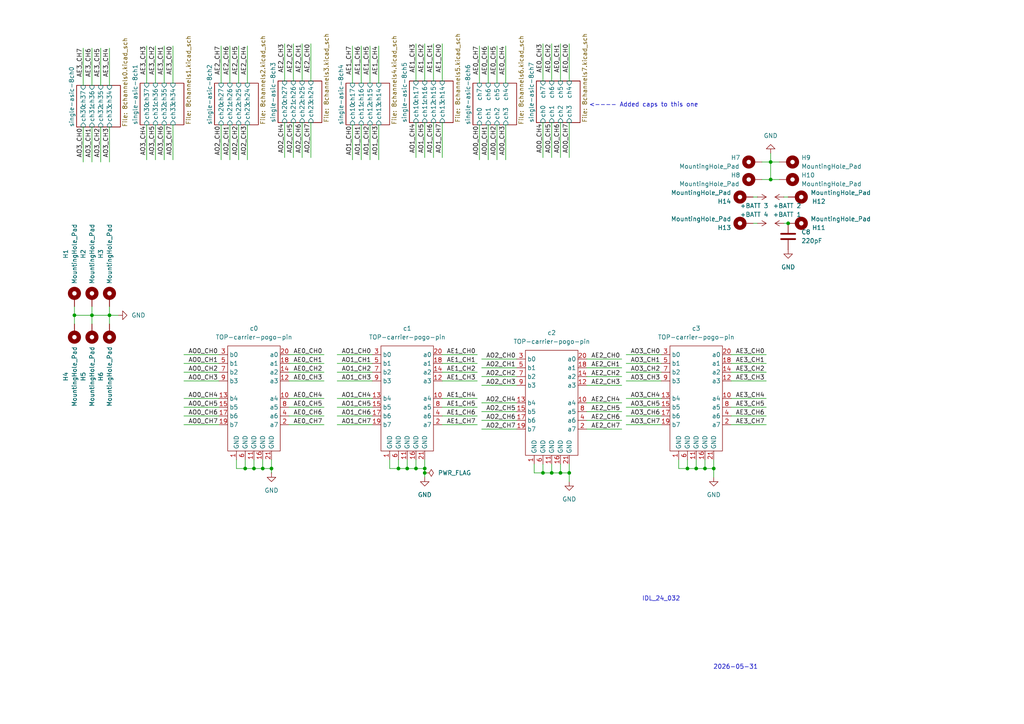
<source format=kicad_sch>
(kicad_sch (version 20231120) (generator "eeschema") (generator_version "8.0")
  (paper "A4")
  (title_block (comment 1 "HIGH VOLTAGE 75V, removed 3 of the 0603 220 pFcaps at 1kV; use 1.5 mm THT for 20AWG"))
  (lib_symbols
    (symbol "Device:C" (pin_numbers hide) (pin_names (offset 0.254))
      (property "Reference" "C" (at 0.635 2.54 0))
      (property "Value" "C" (at 0.635 -2.54 0))
      (symbol "C_0_1"
        (polyline (pts (xy -2.032 -0.762) (xy 2.032 -0.762)) (stroke (width 0.508)))
        (polyline (pts (xy -2.032 0.762) (xy 2.032 0.762)) (stroke (width 0.508)))
      )
      (symbol "C_1_1"
        (pin passive line (at 0 3.81 270) (length 2.794) (name "~") (number "1"))
        (pin passive line (at 0 -3.81 90) (length 2.794) (name "~") (number "2"))
      )
    )
    (symbol "GND_1" (power) (pin_numbers hide) (pin_names (offset 0) hide)
      (property "Value" "GND" (at 0 -3.81 0))
      (symbol "GND_1_0_1"
        (polyline (pts (xy 0 0) (xy 0 -1.27) (xy 1.27 -1.27) (xy 0 -2.54) (xy -1.27 -1.27) (xy 0 -1.27)))
      )
      (symbol "GND_1_1_1"
        (pin power_in line (at 0 0 270) (length 0) (name "~") (number "1"))
      )
    )
    (symbol "Mechanical:MountingHole_Pad" (pin_numbers hide) (pin_names (offset 1.016) hide)
      (property "Reference" "H" (at 0 6.35 0))
      (property "Value" "MountingHole_Pad" (at 0 4.445 0))
      (symbol "MountingHole_Pad_0_1"
        (circle (center 0 1.27) (radius 1.27) (stroke (width 1.27)))
      )
      (symbol "MountingHole_Pad_1_1"
        (pin input line (at 0 -2.54 90) (length 2.54) (name "1") (number "1"))
      )
    )
    (symbol "MountingHole_Pad_1" (pin_numbers hide) (pin_names (offset 1.016) hide) (exclude_from_sim yes) (in_bom no)
      (property "Reference" "H" (at 0 6.35 0))
      (property "Value" "MountingHole_Pad" (at 0 4.445 0))
      (symbol "MountingHole_Pad_1_0_1"
        (circle (center 0 1.27) (radius 1.27) (stroke (width 1.27)))
      )
      (symbol "MountingHole_Pad_1_1_1"
        (pin input line (at 0 -2.54 90) (length 2.54) (name "1") (number "1"))
      )
    )
    (symbol "kicad-mza-symbol:TOP-carrier-pogo-pin"
      (property "Reference" "U" (at 12.7 -2.54 0))
      (property "Value" "TOP-carrier-pogo-pin" (at 0 27.94 0))
      (symbol "TOP-carrier-pogo-pin_0_1"
        (rectangle (start -7.62 25.4) (end 7.62 -5.08))
      )
      (symbol "TOP-carrier-pogo-pin_1_1"
        (pin power_in line (at -5.08 -7.62 90) (length 2.54) (name "GND") (number "1"))
        (pin output line (at 10.16 10.16 180) (length 2.54) (name "a4") (number "10"))
        (pin power_in line (at 0 -7.62 90) (length 2.54) (name "GND") (number "11"))
        (pin output line (at 10.16 15.24 180) (length 2.54) (name "a3") (number "12"))
        (pin output line (at -10.16 10.16 0) (length 2.54) (name "b4") (number "13"))
        (pin output line (at 10.16 17.78 180) (length 2.54) (name "a2") (number "14"))
        (pin output line (at -10.16 7.62 0) (length 2.54) (name "b5") (number "15"))
        (pin power_in line (at 2.54 -7.62 90) (length 2.54) (name "GND") (number "16"))
        (pin output line (at -10.16 5.08 0) (length 2.54) (name "b6") (number "17"))
        (pin output line (at 10.16 20.32 180) (length 2.54) (name "a1") (number "18"))
        (pin output line (at -10.16 2.54 0) (length 2.54) (name "b7") (number "19"))
        (pin output line (at 10.16 2.54 180) (length 2.54) (name "a7") (number "2"))
        (pin output line (at 10.16 22.86 180) (length 2.54) (name "a0") (number "20"))
        (pin power_in line (at 5.08 -7.62 90) (length 2.54) (name "GND") (number "21"))
        (pin output line (at -10.16 22.86 0) (length 2.54) (name "b0") (number "3"))
        (pin output line (at 10.16 5.08 180) (length 2.54) (name "a6") (number "4"))
        (pin output line (at -10.16 20.32 0) (length 2.54) (name "b1") (number "5"))
        (pin power_in line (at -2.54 -7.62 90) (length 2.54) (name "GND") (number "6"))
        (pin output line (at -10.16 17.78 0) (length 2.54) (name "b2") (number "7"))
        (pin output line (at 10.16 7.62 180) (length 2.54) (name "a5") (number "8"))
        (pin output line (at -10.16 15.24 0) (length 2.54) (name "b3") (number "9"))
      )
    )
    (symbol "power:+BATT" (power) (pin_numbers hide) (pin_names (offset 0) hide)
      (property "Value" "+BATT" (at 0 3.556 0))
      (symbol "+BATT_0_1"
        (polyline (pts (xy -0.762 1.27) (xy 0 2.54)))
        (polyline (pts (xy 0 0) (xy 0 2.54)))
        (polyline (pts (xy 0 2.54) (xy 0.762 1.27)))
      )
      (symbol "+BATT_1_1"
        (pin power_in line (at 0 0 90) (length 0) (name "~") (number "1"))
      )
    )
    (symbol "power:GND" (power) (pin_numbers hide) (pin_names (offset 0) hide)
      (property "Value" "GND" (at 0 -3.81 0))
      (symbol "GND_0_1"
        (polyline (pts (xy 0 0) (xy 0 -1.27) (xy 1.27 -1.27) (xy 0 -2.54) (xy -1.27 -1.27) (xy 0 -1.27)))
      )
      (symbol "GND_1_1"
        (pin power_in line (at 0 0 270) (length 0) (name "~") (number "1"))
      )
    )
    (symbol "power:PWR_FLAG" (power) (pin_numbers hide) (pin_names (offset 0) hide)
      (property "Value" "PWR_FLAG" (at 0 3.81 0))
      (symbol "PWR_FLAG_0_0"
        (pin power_out line (at 0 0 90) (length 0) (name "~") (number "1"))
      )
      (symbol "PWR_FLAG_0_1"
        (polyline (pts (xy 0 0) (xy 0 1.27) (xy -1.016 1.905) (xy 0 2.54) (xy 1.016 1.905) (xy 0 1.27)))
      )
    )
  )
  (junction (at 31.75 91.44))
  (junction (at 228.6 64.77))
  (junction (at 160.02 137.16))
  (junction (at 165.1 137.16))
  (junction (at 71.12 135.89))
  (junction (at 223.52 52.07))
  (junction (at 123.19 137.16))
  (junction (at 201.93 135.89))
  (junction (at 115.57 135.89))
  (junction (at 223.52 46.99))
  (junction (at 123.19 135.89))
  (junction (at 118.11 135.89))
  (junction (at 21.59 91.44))
  (junction (at 76.2 135.89))
  (junction (at 204.47 135.89))
  (junction (at 199.39 135.89))
  (junction (at 78.74 135.89))
  (junction (at 120.65 135.89))
  (junction (at 207.01 135.89))
  (junction (at 26.67 91.44))
  (junction (at 157.48 137.16))
  (junction (at 73.66 135.89))
  (junction (at 162.56 137.16))
  (wire (pts (xy 223.52 52.07) (xy 226.06 52.07)))
  (wire (pts (xy 181.61 110.49) (xy 191.77 110.49)))
  (wire (pts (xy 53.34 102.87) (xy 63.5 102.87)))
  (wire (pts (xy 170.18 109.22) (xy 180.34 109.22)))
  (wire (pts (xy 125.73 45.72) (xy 125.73 35.56)))
  (wire (pts (xy 196.85 135.89) (xy 199.39 135.89)))
  (wire (pts (xy 141.605 46.355) (xy 141.605 36.195)))
  (wire (pts (xy 139.7 116.84) (xy 149.86 116.84)))
  (wire (pts (xy 53.34 107.95) (xy 63.5 107.95)))
  (wire (pts (xy 71.12 133.35) (xy 71.12 135.89)))
  (wire (pts (xy 107.315 13.335) (xy 107.315 24.13)))
  (wire (pts (xy 97.79 115.57) (xy 107.95 115.57)))
  (wire (pts (xy 170.18 106.68) (xy 180.34 106.68)))
  (wire (pts (xy 196.85 133.35) (xy 196.85 135.89)))
  (wire (pts (xy 113.03 133.35) (xy 113.03 135.89)))
  (wire (pts (xy 24.13 46.99) (xy 24.13 36.83)))
  (wire (pts (xy 21.59 91.44) (xy 26.67 91.44)))
  (wire (pts (xy 120.65 133.35) (xy 120.65 135.89)))
  (wire (pts (xy 165.1 12.7) (xy 165.1 23.495)))
  (wire (pts (xy 181.61 118.11) (xy 191.77 118.11)))
  (wire (pts (xy 64.135 46.355) (xy 64.135 36.195)))
  (wire (pts (xy 120.65 135.89) (xy 123.19 135.89)))
  (wire (pts (xy 68.58 135.89) (xy 71.12 135.89)))
  (wire (pts (xy 83.82 107.95) (xy 93.98 107.95)))
  (wire (pts (xy 83.82 105.41) (xy 93.98 105.41)))
  (wire (pts (xy 207.01 135.89) (xy 207.01 133.35)))
  (wire (pts (xy 73.66 133.35) (xy 73.66 135.89)))
  (wire (pts (xy 50.165 13.335) (xy 50.165 24.13)))
  (wire (pts (xy 146.685 13.335) (xy 146.685 24.13)))
  (wire (pts (xy 212.09 123.19) (xy 222.25 123.19)))
  (wire (pts (xy 115.57 133.35) (xy 115.57 135.89)))
  (wire (pts (xy 128.27 107.95) (xy 138.43 107.95)))
  (wire (pts (xy 128.27 12.7) (xy 128.27 23.495)))
  (wire (pts (xy 102.235 13.335) (xy 102.235 24.13)))
  (wire (pts (xy 146.685 46.355) (xy 146.685 36.195)))
  (wire (pts (xy 97.79 120.65) (xy 107.95 120.65)))
  (wire (pts (xy 53.34 115.57) (xy 63.5 115.57)))
  (wire (pts (xy 83.82 115.57) (xy 93.98 115.57)))
  (wire (pts (xy 123.19 12.7) (xy 123.19 23.495)))
  (wire (pts (xy 128.27 118.11) (xy 138.43 118.11)))
  (wire (pts (xy 90.17 12.7) (xy 90.17 23.495)))
  (wire (pts (xy 170.18 116.84) (xy 180.34 116.84)))
  (wire (pts (xy 83.82 123.19) (xy 93.98 123.19)))
  (wire (pts (xy 220.98 52.07) (xy 223.52 52.07)))
  (wire (pts (xy 128.27 120.65) (xy 138.43 120.65)))
  (wire (pts (xy 162.56 45.72) (xy 162.56 35.56)))
  (wire (pts (xy 123.19 45.72) (xy 123.19 35.56)))
  (wire (pts (xy 160.02 45.72) (xy 160.02 35.56)))
  (wire (pts (xy 29.21 13.97) (xy 29.21 24.765)))
  (wire (pts (xy 83.82 110.49) (xy 93.98 110.49)))
  (wire (pts (xy 42.545 46.355) (xy 42.545 36.195)))
  (wire (pts (xy 139.7 119.38) (xy 149.86 119.38)))
  (wire (pts (xy 157.48 137.16) (xy 160.02 137.16)))
  (wire (pts (xy 181.61 107.95) (xy 191.77 107.95)))
  (wire (pts (xy 104.775 13.335) (xy 104.775 24.13)))
  (wire (pts (xy 83.82 118.11) (xy 93.98 118.11)))
  (wire (pts (xy 218.44 57.15) (xy 219.71 57.15)))
  (wire (pts (xy 144.145 46.355) (xy 144.145 36.195)))
  (wire (pts (xy 181.61 120.65) (xy 191.77 120.65)))
  (wire (pts (xy 139.7 121.92) (xy 149.86 121.92)))
  (wire (pts (xy 181.61 105.41) (xy 191.77 105.41)))
  (wire (pts (xy 90.17 45.72) (xy 90.17 35.56)))
  (wire (pts (xy 128.27 115.57) (xy 138.43 115.57)))
  (wire (pts (xy 160.02 137.16) (xy 162.56 137.16)))
  (wire (pts (xy 123.19 135.89) (xy 123.19 137.16)))
  (wire (pts (xy 227.33 57.15) (xy 228.6 57.15)))
  (wire (pts (xy 76.2 135.89) (xy 78.74 135.89)))
  (wire (pts (xy 31.75 36.83) (xy 31.75 46.99)))
  (wire (pts (xy 157.48 134.62) (xy 157.48 137.16)))
  (wire (pts (xy 139.7 106.68) (xy 149.86 106.68)))
  (wire (pts (xy 212.09 118.11) (xy 222.25 118.11)))
  (wire (pts (xy 123.19 135.89) (xy 123.19 133.35)))
  (wire (pts (xy 154.94 134.62) (xy 154.94 137.16)))
  (wire (pts (xy 107.315 46.355) (xy 107.315 36.195)))
  (wire (pts (xy 31.75 13.97) (xy 31.75 24.765)))
  (wire (pts (xy 97.79 107.95) (xy 107.95 107.95)))
  (wire (pts (xy 162.56 134.62) (xy 162.56 137.16)))
  (wire (pts (xy 227.33 64.77) (xy 228.6 64.77)))
  (wire (pts (xy 118.11 133.35) (xy 118.11 135.89)))
  (wire (pts (xy 118.11 135.89) (xy 120.65 135.89)))
  (wire (pts (xy 113.03 135.89) (xy 115.57 135.89)))
  (wire (pts (xy 26.67 91.44) (xy 31.75 91.44)))
  (wire (pts (xy 71.12 135.89) (xy 73.66 135.89)))
  (wire (pts (xy 64.135 13.335) (xy 64.135 24.13)))
  (wire (pts (xy 53.34 105.41) (xy 63.5 105.41)))
  (wire (pts (xy 68.58 133.35) (xy 68.58 135.89)))
  (wire (pts (xy 170.18 121.92) (xy 180.34 121.92)))
  (wire (pts (xy 165.1 137.16) (xy 165.1 139.7)))
  (wire (pts (xy 53.34 118.11) (xy 63.5 118.11)))
  (wire (pts (xy 154.94 137.16) (xy 157.48 137.16)))
  (wire (pts (xy 181.61 115.57) (xy 191.77 115.57)))
  (wire (pts (xy 125.73 12.7) (xy 125.73 23.495)))
  (wire (pts (xy 139.7 109.22) (xy 149.86 109.22)))
  (wire (pts (xy 170.18 111.76) (xy 180.34 111.76)))
  (wire (pts (xy 128.27 105.41) (xy 138.43 105.41)))
  (wire (pts (xy 170.18 124.46) (xy 180.34 124.46)))
  (wire (pts (xy 162.56 12.7) (xy 162.56 23.495)))
  (wire (pts (xy 170.18 104.14) (xy 180.34 104.14)))
  (wire (pts (xy 82.55 12.7) (xy 82.55 23.495)))
  (wire (pts (xy 76.2 133.35) (xy 76.2 135.89)))
  (wire (pts (xy 26.67 88.9) (xy 26.67 91.44)))
  (wire (pts (xy 115.57 135.89) (xy 118.11 135.89)))
  (wire (pts (xy 128.27 123.19) (xy 138.43 123.19)))
  (wire (pts (xy 45.085 46.355) (xy 45.085 36.195)))
  (wire (pts (xy 139.065 13.335) (xy 139.065 24.13)))
  (wire (pts (xy 199.39 135.89) (xy 201.93 135.89)))
  (wire (pts (xy 201.93 135.89) (xy 204.47 135.89)))
  (wire (pts (xy 212.09 110.49) (xy 222.25 110.49)))
  (wire (pts (xy 165.1 45.72) (xy 165.1 35.56)))
  (wire (pts (xy 71.755 46.355) (xy 71.755 36.195)))
  (wire (pts (xy 162.56 137.16) (xy 165.1 137.16)))
  (wire (pts (xy 87.63 12.7) (xy 87.63 23.495)))
  (wire (pts (xy 82.55 45.72) (xy 82.55 35.56)))
  (wire (pts (xy 144.145 13.335) (xy 144.145 24.13)))
  (wire (pts (xy 223.52 46.99) (xy 223.52 44.45)))
  (wire (pts (xy 69.215 46.355) (xy 69.215 36.195)))
  (wire (pts (xy 128.27 102.87) (xy 138.43 102.87)))
  (wire (pts (xy 160.02 134.62) (xy 160.02 137.16)))
  (wire (pts (xy 87.63 45.72) (xy 87.63 35.56)))
  (wire (pts (xy 104.775 46.355) (xy 104.775 36.195)))
  (wire (pts (xy 120.65 45.72) (xy 120.65 35.56)))
  (wire (pts (xy 102.235 46.355) (xy 102.235 36.195)))
  (wire (pts (xy 66.675 13.335) (xy 66.675 24.13)))
  (wire (pts (xy 201.93 133.35) (xy 201.93 135.89)))
  (wire (pts (xy 50.165 46.355) (xy 50.165 36.195)))
  (wire (pts (xy 128.27 45.72) (xy 128.27 35.56)))
  (wire (pts (xy 223.52 46.99) (xy 226.06 46.99)))
  (wire (pts (xy 26.67 46.99) (xy 26.67 36.83)))
  (wire (pts (xy 139.7 104.14) (xy 149.86 104.14)))
  (wire (pts (xy 165.1 137.16) (xy 165.1 134.62)))
  (wire (pts (xy 53.34 110.49) (xy 63.5 110.49)))
  (wire (pts (xy 212.09 120.65) (xy 222.25 120.65)))
  (wire (pts (xy 204.47 135.89) (xy 207.01 135.89)))
  (wire (pts (xy 212.09 115.57) (xy 222.25 115.57)))
  (wire (pts (xy 181.61 102.87) (xy 191.77 102.87)))
  (wire (pts (xy 223.52 46.99) (xy 223.52 52.07)))
  (wire (pts (xy 26.67 91.44) (xy 26.67 93.98)))
  (wire (pts (xy 66.675 46.355) (xy 66.675 36.195)))
  (wire (pts (xy 128.27 110.49) (xy 138.43 110.49)))
  (wire (pts (xy 218.44 64.77) (xy 219.71 64.77)))
  (wire (pts (xy 31.75 88.9) (xy 31.75 91.44)))
  (wire (pts (xy 212.09 102.87) (xy 222.25 102.87)))
  (wire (pts (xy 83.82 120.65) (xy 93.98 120.65)))
  (wire (pts (xy 212.09 105.41) (xy 222.25 105.41)))
  (wire (pts (xy 97.79 102.87) (xy 107.95 102.87)))
  (wire (pts (xy 42.545 13.335) (xy 42.545 24.13)))
  (wire (pts (xy 139.7 111.76) (xy 149.86 111.76)))
  (wire (pts (xy 21.59 91.44) (xy 21.59 93.98)))
  (wire (pts (xy 24.13 13.97) (xy 24.13 24.765)))
  (wire (pts (xy 47.625 13.335) (xy 47.625 24.13)))
  (wire (pts (xy 181.61 123.19) (xy 191.77 123.19)))
  (wire (pts (xy 45.085 13.335) (xy 45.085 24.13)))
  (wire (pts (xy 139.065 46.355) (xy 139.065 36.195)))
  (wire (pts (xy 78.74 135.89) (xy 78.74 137.16)))
  (wire (pts (xy 21.59 88.9) (xy 21.59 91.44)))
  (wire (pts (xy 220.98 46.99) (xy 223.52 46.99)))
  (wire (pts (xy 73.66 135.89) (xy 76.2 135.89)))
  (wire (pts (xy 120.65 12.7) (xy 120.65 23.495)))
  (wire (pts (xy 139.7 124.46) (xy 149.86 124.46)))
  (wire (pts (xy 71.755 13.335) (xy 71.755 24.13)))
  (wire (pts (xy 85.09 12.7) (xy 85.09 23.495)))
  (wire (pts (xy 199.39 133.35) (xy 199.39 135.89)))
  (wire (pts (xy 83.82 102.87) (xy 93.98 102.87)))
  (wire (pts (xy 109.855 13.335) (xy 109.855 24.13)))
  (wire (pts (xy 160.02 12.7) (xy 160.02 23.495)))
  (wire (pts (xy 123.19 137.16) (xy 123.19 138.43)))
  (wire (pts (xy 170.18 119.38) (xy 180.34 119.38)))
  (wire (pts (xy 141.605 13.335) (xy 141.605 24.13)))
  (wire (pts (xy 212.09 107.95) (xy 222.25 107.95)))
  (wire (pts (xy 97.79 123.19) (xy 107.95 123.19)))
  (wire (pts (xy 109.855 46.355) (xy 109.855 36.195)))
  (wire (pts (xy 97.79 110.49) (xy 107.95 110.49)))
  (wire (pts (xy 26.67 13.97) (xy 26.67 24.765)))
  (wire (pts (xy 47.625 46.355) (xy 47.625 36.195)))
  (wire (pts (xy 157.48 45.72) (xy 157.48 35.56)))
  (wire (pts (xy 78.74 135.89) (xy 78.74 133.35)))
  (wire (pts (xy 69.215 13.335) (xy 69.215 24.13)))
  (wire (pts (xy 29.21 46.99) (xy 29.21 36.83)))
  (wire (pts (xy 53.34 123.19) (xy 63.5 123.19)))
  (wire (pts (xy 97.79 118.11) (xy 107.95 118.11)))
  (wire (pts (xy 207.01 135.89) (xy 207.01 138.43)))
  (wire (pts (xy 157.48 12.7) (xy 157.48 23.495)))
  (wire (pts (xy 85.09 45.72) (xy 85.09 35.56)))
  (wire (pts (xy 31.75 91.44) (xy 34.29 91.44)))
  (wire (pts (xy 31.75 91.44) (xy 31.75 93.98)))
  (wire (pts (xy 204.47 133.35) (xy 204.47 135.89)))
  (wire (pts (xy 97.79 105.41) (xy 107.95 105.41)))
  (wire (pts (xy 53.34 120.65) (xy 63.5 120.65)))
  (text "${CURRENT_DATE}" (at 213.36 193.548 0) (effects (font (size 1.27 1.27))))
  (text "IDL_24_032" (at 191.77 173.736 0) (effects (font (size 1.27 1.27))))
  (text "<---- Added caps to this one" (at 186.69 30.48 0) (effects (font (size 1.27 1.27))))
  (label "AO1_CH7" (at 128.27 44.45 90))
  (label "AO2_CH0" (at 140.97 104.14 0))
  (label "AO0_CH4" (at 54.61 115.57 0))
  (label "AO1_CH4" (at 99.06 115.57 0))
  (label "AO2_CH6" (at 140.97 121.92 0))
  (label "AO3_CH0" (at 24.13 45.72 90))
  (label "AO3_CH0" (at 182.88 102.87 0))
  (label "AE2_CH5" (at 171.45 119.38 0))
  (label "AE2_CH5" (at 69.215 13.335 270))
  (label "AE1_CH7" (at 102.235 13.335 270))
  (label "AE2_CH7" (at 171.45 124.46 0))
  (label "AO0_CH2" (at 54.61 107.95 0))
  (label "AE1_CH1" (at 125.73 12.7 270))
  (label "AE3_CH1" (at 213.36 105.41 0))
  (label "AE1_CH6" (at 129.54 120.65 0))
  (label "AE2_CH3" (at 82.55 12.7 270))
  (label "AE1_CH0" (at 129.54 102.87 0))
  (label "AE3_CH7" (at 24.13 13.97 270))
  (label "AE3_CH6" (at 213.36 120.65 0))
  (label "AE1_CH2" (at 129.54 107.95 0))
  (label "AE3_CH1" (at 47.625 13.335 270))
  (label "AO3_CH5" (at 182.88 118.11 0))
  (label "AO2_CH2" (at 140.97 109.22 0))
  (label "AE2_CH2" (at 85.09 12.7 270))
  (label "AE0_CH0" (at 85.09 102.87 0))
  (label "AE2_CH0" (at 90.17 12.7 270))
  (label "AO0_CH1" (at 141.605 45.085 90))
  (label "AO1_CH2" (at 99.06 107.95 0))
  (label "AO2_CH5" (at 140.97 119.38 0))
  (label "AE1_CH5" (at 107.315 13.335 270))
  (label "AO1_CH3" (at 99.06 110.49 0))
  (label "AE1_CH0" (at 128.27 12.7 270))
  (label "AE0_CH1" (at 85.09 105.41 0))
  (label "AE2_CH3" (at 171.45 111.76 0))
  (label "AE0_CH4" (at 146.685 13.335 270))
  (label "AE3_CH3" (at 213.36 110.49 0))
  (label "AO3_CH1" (at 182.88 105.41 0))
  (label "AE1_CH6" (at 104.775 13.335 270))
  (label "AO0_CH0" (at 54.61 102.87 0))
  (label "AO0_CH6" (at 54.61 120.65 0))
  (label "AE0_CH6" (at 85.09 120.65 0))
  (label "AO2_CH3" (at 140.97 111.76 0))
  (label "AO2_CH4" (at 82.55 44.45 90))
  (label "AE3_CH5" (at 213.36 118.11 0))
  (label "AO3_CH5" (at 45.085 45.085 90))
  (label "AE0_CH3" (at 85.09 110.49 0))
  (label "AO1_CH7" (at 99.06 123.19 0))
  (label "AE3_CH4" (at 31.75 13.97 270))
  (label "AE2_CH6" (at 66.675 13.335 270))
  (label "AO1_CH0" (at 99.06 102.87 0))
  (label "AO2_CH3" (at 71.755 45.085 90))
  (label "AO0_CH2" (at 144.145 45.085 90))
  (label "AE0_CH1" (at 162.56 12.7 270))
  (label "AE0_CH5" (at 85.09 118.11 0))
  (label "AE3_CH0" (at 213.36 102.87 0))
  (label "AE2_CH7" (at 64.135 13.335 270))
  (label "AE3_CH0" (at 50.165 13.335 270))
  (label "AO1_CH4" (at 120.65 44.45 90))
  (label "AE2_CH4" (at 71.755 13.335 270))
  (label "AO2_CH5" (at 85.09 44.45 90))
  (label "AO3_CH4" (at 182.88 115.57 0))
  (label "AE0_CH4" (at 85.09 115.57 0))
  (label "AE1_CH1" (at 129.54 105.41 0))
  (label "AE2_CH0" (at 171.45 104.14 0))
  (label "AE3_CH4" (at 213.36 115.57 0))
  (label "AE2_CH1" (at 87.63 12.7 270))
  (label "AO3_CH2" (at 182.88 107.95 0))
  (label "AE1_CH5" (at 129.54 118.11 0))
  (label "AE2_CH6" (at 171.45 121.92 0))
  (label "AO0_CH7" (at 54.61 123.19 0))
  (label "AO0_CH4" (at 157.48 44.45 90))
  (label "AO1_CH5" (at 123.19 44.45 90))
  (label "AO0_CH6" (at 162.56 44.45 90))
  (label "AO1_CH0" (at 102.235 45.085 90))
  (label "AE0_CH3" (at 157.48 12.7 270))
  (label "AO3_CH4" (at 42.545 45.085 90))
  (label "AE1_CH4" (at 129.54 115.57 0))
  (label "AO0_CH7" (at 165.1 44.45 90))
  (label "AO2_CH1" (at 66.675 45.085 90))
  (label "AE0_CH6" (at 141.605 13.335 270))
  (label "AE0_CH5" (at 144.145 13.335 270))
  (label "AO3_CH2" (at 29.21 45.72 90))
  (label "AO0_CH5" (at 54.61 118.11 0))
  (label "AO0_CH1" (at 54.61 105.41 0))
  (label "AE1_CH7" (at 129.54 123.19 0))
  (label "AO3_CH3" (at 31.75 45.72 90))
  (label "AO0_CH3" (at 54.61 110.49 0))
  (label "AO1_CH1" (at 99.06 105.41 0))
  (label "AE0_CH2" (at 160.02 12.7 270))
  (label "AE2_CH1" (at 171.45 106.68 0))
  (label "AO0_CH5" (at 160.02 44.45 90))
  (label "AE3_CH3" (at 42.545 13.335 270))
  (label "AO0_CH3" (at 146.685 45.085 90))
  (label "AO1_CH2" (at 107.315 45.085 90))
  (label "AO2_CH6" (at 87.63 44.45 90))
  (label "AE0_CH2" (at 85.09 107.95 0))
  (label "AE1_CH4" (at 109.855 13.335 270))
  (label "AE1_CH2" (at 123.19 12.7 270))
  (label "AO3_CH7" (at 182.88 123.19 0))
  (label "AO2_CH0" (at 64.135 45.085 90))
  (label "AE0_CH7" (at 139.065 13.335 270))
  (label "AE1_CH3" (at 120.65 12.7 270))
  (label "AO1_CH6" (at 125.73 44.45 90))
  (label "AO2_CH7" (at 140.97 124.46 0))
  (label "AO3_CH6" (at 47.625 45.085 90))
  (label "AO3_CH1" (at 26.67 45.72 90))
  (label "AE2_CH2" (at 171.45 109.22 0))
  (label "AO0_CH0" (at 139.065 45.085 90))
  (label "AO1_CH6" (at 99.06 120.65 0))
  (label "AE1_CH3" (at 129.54 110.49 0))
  (label "AE3_CH7" (at 213.36 123.19 0))
  (label "AE3_CH2" (at 213.36 107.95 0))
  (label "AO2_CH4" (at 140.97 116.84 0))
  (label "AO1_CH1" (at 104.775 45.085 90))
  (label "AO1_CH3" (at 109.855 45.085 90))
  (label "AE0_CH7" (at 85.09 123.19 0))
  (label "AO2_CH7" (at 90.17 44.45 90))
  (label "AE0_CH0" (at 165.1 12.7 270))
  (label "AO1_CH5" (at 99.06 118.11 0))
  (label "AE2_CH4" (at 171.45 116.84 0))
  (label "AE3_CH5" (at 29.21 13.97 270))
  (label "AO3_CH7" (at 50.165 45.085 90))
  (label "AO3_CH6" (at 182.88 120.65 0))
  (label "AO2_CH1" (at 140.97 106.68 0))
  (label "AE3_CH6" (at 26.67 13.97 270))
  (label "AE3_CH2" (at 45.085 13.335 270))
  (label "AO3_CH3" (at 182.88 110.49 0))
  (label "AO2_CH2" (at 69.215 45.085 90))
  (symbol (lib_id "Mechanical:MountingHole_Pad") (at 31.75 86.36 0) (unit 1)
    (property "Reference" "H3" (at 29.21 73.66 90))
    (property "Value" "MountingHole_Pad" (at 31.75 73.66 90))
    (property "Footprint" "MountingHole:MountingHole_2.5mm_Pad" (effects (hide yes)))
  )
  (symbol (lib_id "kicad-mza-symbol:TOP-carrier-pogo-pin") (at 118.11 125.73 0) (unit 1)
    (property "Reference" "c1" (at 118.11 95.25 0))
    (property "Value" "TOP-carrier-pogo-pin" (at 118.11 97.79 0))
    (property "Footprint" "kicad-mza:TOP-carrier-pogo-pin" (effects (hide yes)))
  )
  (symbol (lib_id "kicad-mza-symbol:TOP-carrier-pogo-pin") (at 160.02 127 0) (unit 1)
    (property "Reference" "c2" (at 160.02 96.52 0))
    (property "Value" "TOP-carrier-pogo-pin" (at 160.02 99.06 0))
    (property "Footprint" "kicad-mza:TOP-carrier-pogo-pin" (effects (hide yes)))
  )
  (symbol (lib_id "kicad-mza-symbol:TOP-carrier-pogo-pin") (at 73.66 125.73 0) (unit 1)
    (property "Reference" "c0" (at 73.66 95.25 0))
    (property "Value" "TOP-carrier-pogo-pin" (at 73.66 97.79 0))
    (property "Footprint" "kicad-mza:TOP-carrier-pogo-pin" (effects (hide yes)))
  )
  (symbol (lib_id "power:GND") (at 223.52 44.45 180) (unit 1)
    (property "Reference" "#PWR070" (effects (hide yes)))
    (property "Value" "GND" (at 223.52 39.37 0))
    (property "Description" "Power symbol creates a global label with name \"GND\" , ground" (effects (hide yes)))
  )
  (symbol (lib_name "MountingHole_Pad_1") (lib_id "Mechanical:MountingHole_Pad") (at 228.6 46.99 270) (unit 1) (exclude_from_sim yes) (in_bom no)
    (property "Reference" "H9" (at 232.41 45.7199 90) (effects (justify left)))
    (property "Value" "MountingHole_Pad" (at 232.41 48.2599 90) (effects (justify left)))
    (property "Footprint" "MountingHole:MountingHole_1.5mm_Pad" (effects (hide yes)))
    (property "Description" "Mounting Hole with connection" (effects (hide yes)))
  )
  (symbol (lib_name "MountingHole_Pad_1") (lib_id "Mechanical:MountingHole_Pad") (at 228.6 52.07 270) (unit 1) (exclude_from_sim yes) (in_bom no)
    (property "Reference" "H10" (at 232.41 50.7999 90) (effects (justify left)))
    (property "Value" "MountingHole_Pad" (at 232.41 53.3399 90) (effects (justify left)))
    (property "Footprint" "MountingHole:MountingHole_1.5mm_Pad" (effects (hide yes)))
    (property "Description" "Mounting Hole with connection" (effects (hide yes)))
  )
  (symbol (lib_id "Mechanical:MountingHole_Pad") (at 26.67 86.36 0) (unit 1)
    (property "Reference" "H2" (at 24.13 73.66 90))
    (property "Value" "MountingHole_Pad" (at 26.67 73.66 90))
    (property "Footprint" "MountingHole:MountingHole_2.5mm_Pad" (effects (hide yes)))
  )
  (symbol (lib_id "power:+BATT") (at 219.71 64.77 270) (unit 1)
    (property "Reference" "#PWR071" (effects (hide yes)))
    (property "Value" "+BATT 4" (at 214.63 62.23 90) (effects (justify left)))
    (property "Description" "Power symbol creates a global label with name \"+BATT\"" (effects (hide yes)))
  )
  (symbol (lib_id "Mechanical:MountingHole_Pad") (at 26.67 96.52 0) (mirror x) (unit 1)
    (property "Reference" "H5" (at 24.13 109.22 90))
    (property "Value" "MountingHole_Pad" (at 26.67 109.22 90))
    (property "Footprint" "MountingHole:MountingHole_2.5mm_Pad" (effects (hide yes)))
  )
  (symbol (lib_id "Device:C") (at 228.6 68.58 0) (unit 1)
    (property "Reference" "C8" (at 232.41 67.3099 0) (effects (justify left)))
    (property "Value" "220pF" (at 232.41 69.8499 0) (effects (justify left)))
    (property "Footprint" "Capacitor_SMD:C_0603_1608Metric_Pad1.08x0.95mm_HandSolder" (effects (hide yes)))
    (property "Description" "Unpolarized capacitor" (effects (hide yes)))
  )
  (symbol (lib_name "GND_1") (lib_id "power:GND") (at 78.74 137.16 0) (unit 1)
    (property "Reference" "#PWR066" (effects (hide yes)))
    (property "Value" "GND" (at 78.74 142.24 0))
    (property "Description" "Power symbol creates a global label with name \"GND\" , ground" (effects (hide yes)))
  )
  (symbol (lib_id "power:PWR_FLAG") (at 123.19 137.16 270) (unit 1)
    (property "Reference" "#FLG01" (effects (hide yes)))
    (property "Value" "PWR_FLAG" (at 127 137.1599 90) (effects (justify left)))
    (property "Description" "Special symbol for telling ERC where power comes from" (effects (hide yes)))
  )
  (symbol (lib_name "MountingHole_Pad_1") (lib_id "Mechanical:MountingHole_Pad") (at 215.9 57.15 90) (unit 1) (exclude_from_sim yes) (in_bom no)
    (property "Reference" "H14" (at 212.09 58.4201 90) (effects (justify left)))
    (property "Value" "MountingHole_Pad" (at 212.09 55.8801 90) (effects (justify left)))
    (property "Footprint" "MountingHole:MountingHole_1.5mm_Pad" (effects (hide yes)))
    (property "Description" "Mounting Hole with connection" (effects (hide yes)))
  )
  (symbol (lib_name "GND_1") (lib_id "power:GND") (at 123.19 138.43 0) (unit 1)
    (property "Reference" "#PWR065" (effects (hide yes)))
    (property "Value" "GND" (at 123.19 143.51 0))
    (property "Description" "Power symbol creates a global label with name \"GND\" , ground" (effects (hide yes)))
  )
  (symbol (lib_id "Mechanical:MountingHole_Pad") (at 21.59 96.52 0) (mirror x) (unit 1)
    (property "Reference" "H4" (at 19.05 109.22 90))
    (property "Value" "MountingHole_Pad" (at 21.59 109.22 90))
    (property "Footprint" "MountingHole:MountingHole_2.5mm_Pad" (effects (hide yes)))
  )
  (symbol (lib_id "power:+BATT") (at 227.33 57.15 90) (unit 1)
    (property "Reference" "#PWR073" (effects (hide yes)))
    (property "Value" "+BATT 2" (at 232.41 59.69 90) (effects (justify left)))
    (property "Description" "Power symbol creates a global label with name \"+BATT\"" (effects (hide yes)))
  )
  (symbol (lib_id "Mechanical:MountingHole_Pad") (at 31.75 96.52 0) (mirror x) (unit 1)
    (property "Reference" "H6" (at 29.21 109.22 90))
    (property "Value" "MountingHole_Pad" (at 31.75 109.22 90))
    (property "Footprint" "MountingHole:MountingHole_2.5mm_Pad" (effects (hide yes)))
  )
  (symbol (lib_id "power:+BATT") (at 227.33 64.77 90) (unit 1)
    (property "Reference" "#PWR074" (effects (hide yes)))
    (property "Value" "+BATT 1" (at 232.41 62.23 90) (effects (justify left)))
    (property "Description" "Power symbol creates a global label with name \"+BATT\"" (effects (hide yes)))
  )
  (symbol (lib_name "GND_1") (lib_id "power:GND") (at 165.1 139.7 0) (unit 1)
    (property "Reference" "#PWR067" (effects (hide yes)))
    (property "Value" "GND" (at 165.1 144.78 0))
    (property "Description" "Power symbol creates a global label with name \"GND\" , ground" (effects (hide yes)))
  )
  (symbol (lib_name "MountingHole_Pad_1") (lib_id "Mechanical:MountingHole_Pad") (at 218.44 52.07 90) (unit 1) (exclude_from_sim yes) (in_bom no)
    (property "Reference" "H8" (at 213.36 50.8 90))
    (property "Value" "MountingHole_Pad" (at 205.74 53.34 90))
    (property "Footprint" "MountingHole:MountingHole_1.5mm_Pad" (effects (hide yes)))
    (property "Description" "Mounting Hole with connection" (effects (hide yes)))
  )
  (symbol (lib_id "power:+BATT") (at 219.71 57.15 270) (unit 1)
    (property "Reference" "#PWR072" (effects (hide yes)))
    (property "Value" "+BATT 3" (at 214.63 59.69 90) (effects (justify left)))
    (property "Description" "Power symbol creates a global label with name \"+BATT\"" (effects (hide yes)))
  )
  (symbol (lib_name "GND_1") (lib_id "power:GND") (at 207.01 138.43 0) (unit 1)
    (property "Reference" "#PWR068" (effects (hide yes)))
    (property "Value" "GND" (at 207.01 143.51 0))
    (property "Description" "Power symbol creates a global label with name \"GND\" , ground" (effects (hide yes)))
  )
  (symbol (lib_id "Mechanical:MountingHole_Pad") (at 21.59 86.36 0) (unit 1)
    (property "Reference" "H1" (at 19.05 73.66 90))
    (property "Value" "MountingHole_Pad" (at 21.59 73.66 90))
    (property "Footprint" "MountingHole:MountingHole_2.5mm_Pad" (effects (hide yes)))
  )
  (symbol (lib_name "MountingHole_Pad_1") (lib_id "Mechanical:MountingHole_Pad") (at 231.14 57.15 270) (unit 1) (exclude_from_sim yes) (in_bom no)
    (property "Reference" "H12" (at 237.49 58.42 90))
    (property "Value" "MountingHole_Pad" (at 243.84 55.88 90))
    (property "Footprint" "MountingHole:MountingHole_1.5mm_Pad" (effects (hide yes)))
    (property "Description" "Mounting Hole with connection" (effects (hide yes)))
  )
  (symbol (lib_name "GND_1") (lib_id "power:GND") (at 34.29 91.44 90) (unit 1)
    (property "Reference" "#PWR069" (effects (hide yes)))
    (property "Value" "GND" (at 38.1 91.4399 90) (effects (justify right)))
    (property "Description" "Power symbol creates a global label with name \"GND\" , ground" (effects (hide yes)))
  )
  (symbol (lib_id "kicad-mza-symbol:TOP-carrier-pogo-pin") (at 201.93 125.73 0) (unit 1)
    (property "Reference" "c3" (at 201.93 95.25 0))
    (property "Value" "TOP-carrier-pogo-pin" (at 201.93 97.79 0))
    (property "Footprint" "kicad-mza:TOP-carrier-pogo-pin" (effects (hide yes)))
  )
  (symbol (lib_name "MountingHole_Pad_1") (lib_id "Mechanical:MountingHole_Pad") (at 215.9 64.77 90) (unit 1) (exclude_from_sim yes) (in_bom no)
    (property "Reference" "H13" (at 212.09 66.0401 90) (effects (justify left)))
    (property "Value" "MountingHole_Pad" (at 212.09 63.5001 90) (effects (justify left)))
    (property "Footprint" "MountingHole:MountingHole_1.5mm_Pad" (effects (hide yes)))
    (property "Description" "Mounting Hole with connection" (effects (hide yes)))
  )
  (symbol (lib_name "MountingHole_Pad_1") (lib_id "Mechanical:MountingHole_Pad") (at 231.14 64.77 270) (unit 1) (exclude_from_sim yes) (in_bom no)
    (property "Reference" "H11" (at 237.49 66.04 90))
    (property "Value" "MountingHole_Pad" (at 243.84 63.5 90))
    (property "Footprint" "MountingHole:MountingHole_1.5mm_Pad" (effects (hide yes)))
    (property "Description" "Mounting Hole with connection" (effects (hide yes)))
  )
  (symbol (lib_name "MountingHole_Pad_1") (lib_id "Mechanical:MountingHole_Pad") (at 218.44 46.99 90) (unit 1) (exclude_from_sim yes) (in_bom no)
    (property "Reference" "H7" (at 213.36 45.72 90))
    (property "Value" "MountingHole_Pad" (at 205.74 48.26 90))
    (property "Footprint" "MountingHole:MountingHole_1.5mm_Pad" (effects (hide yes)))
    (property "Description" "Mounting Hole with connection" (effects (hide yes)))
  )
  (symbol (lib_id "power:GND") (at 228.6 72.39 0) (unit 1)
    (property "Reference" "#PWR076" (effects (hide yes)))
    (property "Value" "GND" (at 228.6 77.47 0))
    (property "Description" "Power symbol creates a global label with name \"GND\" , ground" (effects (hide yes)))
  )
  (sheet (at 40.64 24.13) (size 12.7 12.065) (stroke (width 0.1524))
    (property "Sheetname" "single-asic-8ch1" (at 39.9284 36.195 90) (effects (justify left bottom)))
    (property "Sheetfile" "8channels1.kicad_sch" (at 53.9246 36.195 90) (effects (justify left top)))
    (pin "ch31" input (at 45.085 36.195 270))
    (pin "ch32" input (at 47.625 36.195 270))
    (pin "ch33" input (at 50.165 36.195 270))
    (pin "ch34" input (at 50.165 24.13 90))
    (pin "ch36" input (at 45.085 24.13 90))
    (pin "ch35" input (at 47.625 24.13 90))
    (pin "ch30" input (at 42.545 36.195 270))
    (pin "ch37" input (at 42.545 24.13 90))
  )
  (sheet (at 118.745 23.495) (size 12.7 12.065) (stroke (width 0.1524))
    (property "Sheetname" "single-asic-8ch5" (at 118.0334 35.56 90) (effects (justify left bottom)))
    (property "Sheetfile" "8channels5.kicad_sch" (at 132.0296 35.56 90) (effects (justify left top)))
    (pin "ch11" input (at 123.19 35.56 270))
    (pin "ch12" input (at 125.73 35.56 270))
    (pin "ch13" input (at 128.27 35.56 270))
    (pin "ch14" input (at 128.27 23.495 90))
    (pin "ch16" input (at 123.19 23.495 90))
    (pin "ch15" input (at 125.73 23.495 90))
    (pin "ch10" input (at 120.65 35.56 270))
    (pin "ch17" input (at 120.65 23.495 90))
  )
  (sheet (at 80.645 23.495) (size 12.7 12.065) (stroke (width 0.1524))
    (property "Sheetname" "single-asic-8ch3" (at 79.9334 35.56 90) (effects (justify left bottom)))
    (property "Sheetfile" "8channels3.kicad_sch" (at 93.9296 35.56 90) (effects (justify left top)))
    (pin "ch21" input (at 85.09 35.56 270))
    (pin "ch22" input (at 87.63 35.56 270))
    (pin "ch23" input (at 90.17 35.56 270))
    (pin "ch24" input (at 90.17 23.495 90))
    (pin "ch26" input (at 85.09 23.495 90))
    (pin "ch25" input (at 87.63 23.495 90))
    (pin "ch20" input (at 82.55 35.56 270))
    (pin "ch27" input (at 82.55 23.495 90))
  )
  (sheet (at 155.575 23.495) (size 12.7 12.065) (stroke (width 0.1524))
    (property "Sheetname" "single-asic-8ch7" (at 154.8634 35.56 90) (effects (justify left bottom)))
    (property "Sheetfile" "8channels7.kicad_sch" (at 168.8596 35.56 90) (effects (justify left top)))
    (pin "ch1" input (at 160.02 35.56 270))
    (pin "ch2" input (at 162.56 35.56 270))
    (pin "ch3" input (at 165.1 35.56 270))
    (pin "ch4" input (at 165.1 23.495 90))
    (pin "ch6" input (at 160.02 23.495 90))
    (pin "ch5" input (at 162.56 23.495 90))
    (pin "ch0" input (at 157.48 35.56 270))
    (pin "ch7" input (at 157.48 23.495 90))
  )
  (sheet (at 22.225 24.765) (size 12.7 12.065) (stroke (width 0.1524))
    (property "Sheetname" "single-asic-8ch0" (at 21.5134 36.83 90) (effects (justify left bottom)))
    (property "Sheetfile" "8channels0.kicad_sch" (at 35.5096 36.83 90) (effects (justify left top)))
    (pin "ch31" input (at 26.67 36.83 270))
    (pin "ch32" input (at 29.21 36.83 270))
    (pin "ch33" input (at 31.75 36.83 270))
    (pin "ch34" input (at 31.75 24.765 90))
    (pin "ch36" input (at 26.67 24.765 90))
    (pin "ch35" input (at 29.21 24.765 90))
    (pin "ch30" input (at 24.13 36.83 270))
    (pin "ch37" input (at 24.13 24.765 90))
  )
  (sheet (at 62.23 24.13) (size 12.7 12.065) (stroke (width 0.1524))
    (property "Sheetname" "single-asic-8ch2" (at 61.5184 36.195 90) (effects (justify left bottom)))
    (property "Sheetfile" "8channels2.kicad_sch" (at 75.5146 36.195 90) (effects (justify left top)))
    (pin "ch21" input (at 66.675 36.195 270))
    (pin "ch22" input (at 69.215 36.195 270))
    (pin "ch23" input (at 71.755 36.195 270))
    (pin "ch24" input (at 71.755 24.13 90))
    (pin "ch26" input (at 66.675 24.13 90))
    (pin "ch25" input (at 69.215 24.13 90))
    (pin "ch20" input (at 64.135 36.195 270))
    (pin "ch27" input (at 64.135 24.13 90))
  )
  (sheet (at 137.16 24.13) (size 12.7 12.065) (stroke (width 0.1524))
    (property "Sheetname" "single-asic-8ch6" (at 136.4484 36.195 90) (effects (justify left bottom)))
    (property "Sheetfile" "8channels6.kicad_sch" (at 150.4446 36.195 90) (effects (justify left top)))
    (pin "ch1" input (at 141.605 36.195 270))
    (pin "ch2" input (at 144.145 36.195 270))
    (pin "ch3" input (at 146.685 36.195 270))
    (pin "ch4" input (at 146.685 24.13 90))
    (pin "ch6" input (at 141.605 24.13 90))
    (pin "ch5" input (at 144.145 24.13 90))
    (pin "ch0" input (at 139.065 36.195 270))
    (pin "ch7" input (at 139.065 24.13 90))
  )
  (sheet (at 100.33 24.13) (size 12.7 12.065) (stroke (width 0.1524))
    (property "Sheetname" "single-asic-8ch4" (at 99.6184 36.195 90) (effects (justify left bottom)))
    (property "Sheetfile" "8channels4.kicad_sch" (at 113.6146 36.195 90) (effects (justify left top)))
    (pin "ch11" input (at 104.775 36.195 270))
    (pin "ch12" input (at 107.315 36.195 270))
    (pin "ch13" input (at 109.855 36.195 270))
    (pin "ch14" input (at 109.855 24.13 90))
    (pin "ch16" input (at 104.775 24.13 90))
    (pin "ch15" input (at 107.315 24.13 90))
    (pin "ch10" input (at 102.235 36.195 270))
    (pin "ch17" input (at 102.235 24.13 90))
  )
)
</source>
